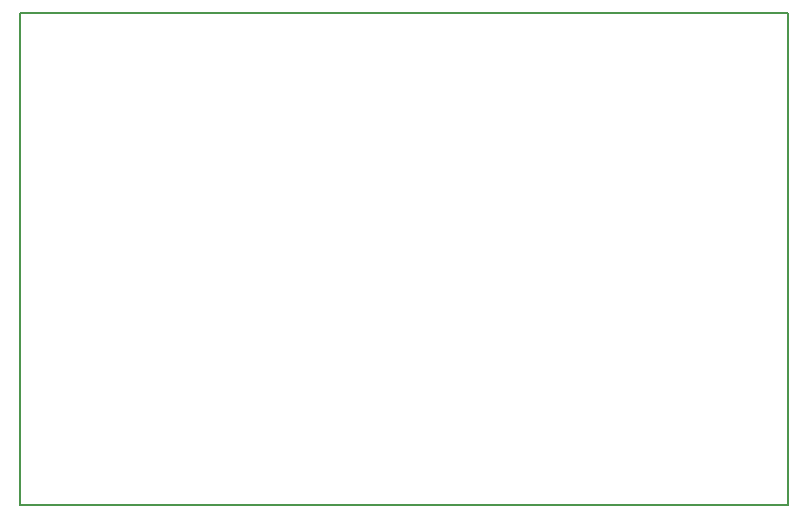
<source format=gbr>
G04 #@! TF.GenerationSoftware,KiCad,Pcbnew,(5.1.0-0)*
G04 #@! TF.CreationDate,2019-04-08T09:35:23+05:30*
G04 #@! TF.ProjectId,CAN_board,43414e5f-626f-4617-9264-2e6b69636164,rev?*
G04 #@! TF.SameCoordinates,Original*
G04 #@! TF.FileFunction,Profile,NP*
%FSLAX46Y46*%
G04 Gerber Fmt 4.6, Leading zero omitted, Abs format (unit mm)*
G04 Created by KiCad (PCBNEW (5.1.0-0)) date 2019-04-08 09:35:23*
%MOMM*%
%LPD*%
G04 APERTURE LIST*
%ADD10C,0.150000*%
G04 APERTURE END LIST*
D10*
X105664000Y-33274000D02*
X105664000Y-32766000D01*
X170688000Y-33274000D02*
X170688000Y-32766000D01*
X170688000Y-34290000D02*
X170688000Y-33274000D01*
X105664000Y-34290000D02*
X105664000Y-33274000D01*
X105664000Y-73660000D02*
X105664000Y-74422000D01*
X170688000Y-73660000D02*
X170688000Y-74422000D01*
X170688000Y-73660000D02*
X170688000Y-73558400D01*
X105664000Y-74422000D02*
X170688000Y-74422000D01*
X105664000Y-34290000D02*
X105664000Y-73660000D01*
X170688000Y-32766000D02*
X105664000Y-32766000D01*
X170688000Y-34544000D02*
X170688000Y-34290000D01*
X170688000Y-34544000D02*
X170688000Y-73558400D01*
M02*

</source>
